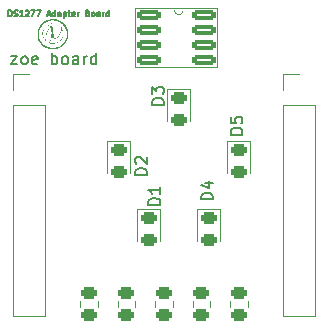
<source format=gto>
%TF.GenerationSoftware,KiCad,Pcbnew,7.0.7*%
%TF.CreationDate,2024-10-03T15:52:36-07:00*%
%TF.ProjectId,Zoe_PCB,5a6f655f-5043-4422-9e6b-696361645f70,rev?*%
%TF.SameCoordinates,Original*%
%TF.FileFunction,Legend,Top*%
%TF.FilePolarity,Positive*%
%FSLAX46Y46*%
G04 Gerber Fmt 4.6, Leading zero omitted, Abs format (unit mm)*
G04 Created by KiCad (PCBNEW 7.0.7) date 2024-10-03 15:52:36*
%MOMM*%
%LPD*%
G01*
G04 APERTURE LIST*
G04 Aperture macros list*
%AMRoundRect*
0 Rectangle with rounded corners*
0 $1 Rounding radius*
0 $2 $3 $4 $5 $6 $7 $8 $9 X,Y pos of 4 corners*
0 Add a 4 corners polygon primitive as box body*
4,1,4,$2,$3,$4,$5,$6,$7,$8,$9,$2,$3,0*
0 Add four circle primitives for the rounded corners*
1,1,$1+$1,$2,$3*
1,1,$1+$1,$4,$5*
1,1,$1+$1,$6,$7*
1,1,$1+$1,$8,$9*
0 Add four rect primitives between the rounded corners*
20,1,$1+$1,$2,$3,$4,$5,0*
20,1,$1+$1,$4,$5,$6,$7,0*
20,1,$1+$1,$6,$7,$8,$9,0*
20,1,$1+$1,$8,$9,$2,$3,0*%
G04 Aperture macros list end*
%ADD10C,0.127000*%
%ADD11C,0.150000*%
%ADD12C,0.120000*%
%ADD13C,0.100000*%
%ADD14RoundRect,0.250000X0.450000X-0.262500X0.450000X0.262500X-0.450000X0.262500X-0.450000X-0.262500X0*%
%ADD15RoundRect,0.243750X-0.456250X0.243750X-0.456250X-0.243750X0.456250X-0.243750X0.456250X0.243750X0*%
%ADD16RoundRect,0.250000X-0.450000X0.262500X-0.450000X-0.262500X0.450000X-0.262500X0.450000X0.262500X0*%
%ADD17R,1.700000X1.700000*%
%ADD18O,1.700000X1.700000*%
%ADD19RoundRect,0.192000X-0.800000X0.270000X-0.800000X-0.270000X0.800000X-0.270000X0.800000X0.270000X0*%
G04 APERTURE END LIST*
D10*
X125274104Y-82684426D02*
X125274104Y-82176426D01*
X125274104Y-82176426D02*
X125395056Y-82176426D01*
X125395056Y-82176426D02*
X125467628Y-82200616D01*
X125467628Y-82200616D02*
X125516009Y-82248997D01*
X125516009Y-82248997D02*
X125540199Y-82297378D01*
X125540199Y-82297378D02*
X125564390Y-82394140D01*
X125564390Y-82394140D02*
X125564390Y-82466712D01*
X125564390Y-82466712D02*
X125540199Y-82563474D01*
X125540199Y-82563474D02*
X125516009Y-82611855D01*
X125516009Y-82611855D02*
X125467628Y-82660236D01*
X125467628Y-82660236D02*
X125395056Y-82684426D01*
X125395056Y-82684426D02*
X125274104Y-82684426D01*
X125757913Y-82660236D02*
X125830485Y-82684426D01*
X125830485Y-82684426D02*
X125951437Y-82684426D01*
X125951437Y-82684426D02*
X125999818Y-82660236D01*
X125999818Y-82660236D02*
X126024009Y-82636045D01*
X126024009Y-82636045D02*
X126048199Y-82587664D01*
X126048199Y-82587664D02*
X126048199Y-82539283D01*
X126048199Y-82539283D02*
X126024009Y-82490902D01*
X126024009Y-82490902D02*
X125999818Y-82466712D01*
X125999818Y-82466712D02*
X125951437Y-82442521D01*
X125951437Y-82442521D02*
X125854675Y-82418331D01*
X125854675Y-82418331D02*
X125806294Y-82394140D01*
X125806294Y-82394140D02*
X125782104Y-82369950D01*
X125782104Y-82369950D02*
X125757913Y-82321569D01*
X125757913Y-82321569D02*
X125757913Y-82273188D01*
X125757913Y-82273188D02*
X125782104Y-82224807D01*
X125782104Y-82224807D02*
X125806294Y-82200616D01*
X125806294Y-82200616D02*
X125854675Y-82176426D01*
X125854675Y-82176426D02*
X125975628Y-82176426D01*
X125975628Y-82176426D02*
X126048199Y-82200616D01*
X126532009Y-82684426D02*
X126241723Y-82684426D01*
X126386866Y-82684426D02*
X126386866Y-82176426D01*
X126386866Y-82176426D02*
X126338485Y-82248997D01*
X126338485Y-82248997D02*
X126290104Y-82297378D01*
X126290104Y-82297378D02*
X126241723Y-82321569D01*
X126725533Y-82224807D02*
X126749724Y-82200616D01*
X126749724Y-82200616D02*
X126798105Y-82176426D01*
X126798105Y-82176426D02*
X126919057Y-82176426D01*
X126919057Y-82176426D02*
X126967438Y-82200616D01*
X126967438Y-82200616D02*
X126991629Y-82224807D01*
X126991629Y-82224807D02*
X127015819Y-82273188D01*
X127015819Y-82273188D02*
X127015819Y-82321569D01*
X127015819Y-82321569D02*
X126991629Y-82394140D01*
X126991629Y-82394140D02*
X126701343Y-82684426D01*
X126701343Y-82684426D02*
X127015819Y-82684426D01*
X127185153Y-82176426D02*
X127523820Y-82176426D01*
X127523820Y-82176426D02*
X127306105Y-82684426D01*
X127668963Y-82176426D02*
X128007630Y-82176426D01*
X128007630Y-82176426D02*
X127789915Y-82684426D01*
X128564011Y-82539283D02*
X128805916Y-82539283D01*
X128515630Y-82684426D02*
X128684964Y-82176426D01*
X128684964Y-82176426D02*
X128854297Y-82684426D01*
X129241345Y-82684426D02*
X129241345Y-82176426D01*
X129241345Y-82660236D02*
X129192964Y-82684426D01*
X129192964Y-82684426D02*
X129096202Y-82684426D01*
X129096202Y-82684426D02*
X129047821Y-82660236D01*
X129047821Y-82660236D02*
X129023631Y-82636045D01*
X129023631Y-82636045D02*
X128999440Y-82587664D01*
X128999440Y-82587664D02*
X128999440Y-82442521D01*
X128999440Y-82442521D02*
X129023631Y-82394140D01*
X129023631Y-82394140D02*
X129047821Y-82369950D01*
X129047821Y-82369950D02*
X129096202Y-82345759D01*
X129096202Y-82345759D02*
X129192964Y-82345759D01*
X129192964Y-82345759D02*
X129241345Y-82369950D01*
X129700964Y-82684426D02*
X129700964Y-82418331D01*
X129700964Y-82418331D02*
X129676774Y-82369950D01*
X129676774Y-82369950D02*
X129628393Y-82345759D01*
X129628393Y-82345759D02*
X129531631Y-82345759D01*
X129531631Y-82345759D02*
X129483250Y-82369950D01*
X129700964Y-82660236D02*
X129652583Y-82684426D01*
X129652583Y-82684426D02*
X129531631Y-82684426D01*
X129531631Y-82684426D02*
X129483250Y-82660236D01*
X129483250Y-82660236D02*
X129459059Y-82611855D01*
X129459059Y-82611855D02*
X129459059Y-82563474D01*
X129459059Y-82563474D02*
X129483250Y-82515093D01*
X129483250Y-82515093D02*
X129531631Y-82490902D01*
X129531631Y-82490902D02*
X129652583Y-82490902D01*
X129652583Y-82490902D02*
X129700964Y-82466712D01*
X129942869Y-82345759D02*
X129942869Y-82853759D01*
X129942869Y-82369950D02*
X129991250Y-82345759D01*
X129991250Y-82345759D02*
X130088012Y-82345759D01*
X130088012Y-82345759D02*
X130136393Y-82369950D01*
X130136393Y-82369950D02*
X130160583Y-82394140D01*
X130160583Y-82394140D02*
X130184774Y-82442521D01*
X130184774Y-82442521D02*
X130184774Y-82587664D01*
X130184774Y-82587664D02*
X130160583Y-82636045D01*
X130160583Y-82636045D02*
X130136393Y-82660236D01*
X130136393Y-82660236D02*
X130088012Y-82684426D01*
X130088012Y-82684426D02*
X129991250Y-82684426D01*
X129991250Y-82684426D02*
X129942869Y-82660236D01*
X130329916Y-82345759D02*
X130523440Y-82345759D01*
X130402488Y-82176426D02*
X130402488Y-82611855D01*
X130402488Y-82611855D02*
X130426678Y-82660236D01*
X130426678Y-82660236D02*
X130475059Y-82684426D01*
X130475059Y-82684426D02*
X130523440Y-82684426D01*
X130886298Y-82660236D02*
X130837917Y-82684426D01*
X130837917Y-82684426D02*
X130741155Y-82684426D01*
X130741155Y-82684426D02*
X130692774Y-82660236D01*
X130692774Y-82660236D02*
X130668583Y-82611855D01*
X130668583Y-82611855D02*
X130668583Y-82418331D01*
X130668583Y-82418331D02*
X130692774Y-82369950D01*
X130692774Y-82369950D02*
X130741155Y-82345759D01*
X130741155Y-82345759D02*
X130837917Y-82345759D01*
X130837917Y-82345759D02*
X130886298Y-82369950D01*
X130886298Y-82369950D02*
X130910488Y-82418331D01*
X130910488Y-82418331D02*
X130910488Y-82466712D01*
X130910488Y-82466712D02*
X130668583Y-82515093D01*
X131128203Y-82684426D02*
X131128203Y-82345759D01*
X131128203Y-82442521D02*
X131152393Y-82394140D01*
X131152393Y-82394140D02*
X131176584Y-82369950D01*
X131176584Y-82369950D02*
X131224965Y-82345759D01*
X131224965Y-82345759D02*
X131273346Y-82345759D01*
X131999060Y-82418331D02*
X132071632Y-82442521D01*
X132071632Y-82442521D02*
X132095822Y-82466712D01*
X132095822Y-82466712D02*
X132120013Y-82515093D01*
X132120013Y-82515093D02*
X132120013Y-82587664D01*
X132120013Y-82587664D02*
X132095822Y-82636045D01*
X132095822Y-82636045D02*
X132071632Y-82660236D01*
X132071632Y-82660236D02*
X132023251Y-82684426D01*
X132023251Y-82684426D02*
X131829727Y-82684426D01*
X131829727Y-82684426D02*
X131829727Y-82176426D01*
X131829727Y-82176426D02*
X131999060Y-82176426D01*
X131999060Y-82176426D02*
X132047441Y-82200616D01*
X132047441Y-82200616D02*
X132071632Y-82224807D01*
X132071632Y-82224807D02*
X132095822Y-82273188D01*
X132095822Y-82273188D02*
X132095822Y-82321569D01*
X132095822Y-82321569D02*
X132071632Y-82369950D01*
X132071632Y-82369950D02*
X132047441Y-82394140D01*
X132047441Y-82394140D02*
X131999060Y-82418331D01*
X131999060Y-82418331D02*
X131829727Y-82418331D01*
X132410298Y-82684426D02*
X132361917Y-82660236D01*
X132361917Y-82660236D02*
X132337727Y-82636045D01*
X132337727Y-82636045D02*
X132313536Y-82587664D01*
X132313536Y-82587664D02*
X132313536Y-82442521D01*
X132313536Y-82442521D02*
X132337727Y-82394140D01*
X132337727Y-82394140D02*
X132361917Y-82369950D01*
X132361917Y-82369950D02*
X132410298Y-82345759D01*
X132410298Y-82345759D02*
X132482870Y-82345759D01*
X132482870Y-82345759D02*
X132531251Y-82369950D01*
X132531251Y-82369950D02*
X132555441Y-82394140D01*
X132555441Y-82394140D02*
X132579632Y-82442521D01*
X132579632Y-82442521D02*
X132579632Y-82587664D01*
X132579632Y-82587664D02*
X132555441Y-82636045D01*
X132555441Y-82636045D02*
X132531251Y-82660236D01*
X132531251Y-82660236D02*
X132482870Y-82684426D01*
X132482870Y-82684426D02*
X132410298Y-82684426D01*
X133015060Y-82684426D02*
X133015060Y-82418331D01*
X133015060Y-82418331D02*
X132990870Y-82369950D01*
X132990870Y-82369950D02*
X132942489Y-82345759D01*
X132942489Y-82345759D02*
X132845727Y-82345759D01*
X132845727Y-82345759D02*
X132797346Y-82369950D01*
X133015060Y-82660236D02*
X132966679Y-82684426D01*
X132966679Y-82684426D02*
X132845727Y-82684426D01*
X132845727Y-82684426D02*
X132797346Y-82660236D01*
X132797346Y-82660236D02*
X132773155Y-82611855D01*
X132773155Y-82611855D02*
X132773155Y-82563474D01*
X132773155Y-82563474D02*
X132797346Y-82515093D01*
X132797346Y-82515093D02*
X132845727Y-82490902D01*
X132845727Y-82490902D02*
X132966679Y-82490902D01*
X132966679Y-82490902D02*
X133015060Y-82466712D01*
X133256965Y-82684426D02*
X133256965Y-82345759D01*
X133256965Y-82442521D02*
X133281155Y-82394140D01*
X133281155Y-82394140D02*
X133305346Y-82369950D01*
X133305346Y-82369950D02*
X133353727Y-82345759D01*
X133353727Y-82345759D02*
X133402108Y-82345759D01*
X133789155Y-82684426D02*
X133789155Y-82176426D01*
X133789155Y-82660236D02*
X133740774Y-82684426D01*
X133740774Y-82684426D02*
X133644012Y-82684426D01*
X133644012Y-82684426D02*
X133595631Y-82660236D01*
X133595631Y-82660236D02*
X133571441Y-82636045D01*
X133571441Y-82636045D02*
X133547250Y-82587664D01*
X133547250Y-82587664D02*
X133547250Y-82442521D01*
X133547250Y-82442521D02*
X133571441Y-82394140D01*
X133571441Y-82394140D02*
X133595631Y-82369950D01*
X133595631Y-82369950D02*
X133644012Y-82345759D01*
X133644012Y-82345759D02*
X133740774Y-82345759D01*
X133740774Y-82345759D02*
X133789155Y-82369950D01*
D11*
X125514341Y-86071152D02*
X126038150Y-86071152D01*
X126038150Y-86071152D02*
X125514341Y-86737819D01*
X125514341Y-86737819D02*
X126038150Y-86737819D01*
X126561960Y-86737819D02*
X126466722Y-86690200D01*
X126466722Y-86690200D02*
X126419103Y-86642580D01*
X126419103Y-86642580D02*
X126371484Y-86547342D01*
X126371484Y-86547342D02*
X126371484Y-86261628D01*
X126371484Y-86261628D02*
X126419103Y-86166390D01*
X126419103Y-86166390D02*
X126466722Y-86118771D01*
X126466722Y-86118771D02*
X126561960Y-86071152D01*
X126561960Y-86071152D02*
X126704817Y-86071152D01*
X126704817Y-86071152D02*
X126800055Y-86118771D01*
X126800055Y-86118771D02*
X126847674Y-86166390D01*
X126847674Y-86166390D02*
X126895293Y-86261628D01*
X126895293Y-86261628D02*
X126895293Y-86547342D01*
X126895293Y-86547342D02*
X126847674Y-86642580D01*
X126847674Y-86642580D02*
X126800055Y-86690200D01*
X126800055Y-86690200D02*
X126704817Y-86737819D01*
X126704817Y-86737819D02*
X126561960Y-86737819D01*
X127704817Y-86690200D02*
X127609579Y-86737819D01*
X127609579Y-86737819D02*
X127419103Y-86737819D01*
X127419103Y-86737819D02*
X127323865Y-86690200D01*
X127323865Y-86690200D02*
X127276246Y-86594961D01*
X127276246Y-86594961D02*
X127276246Y-86214009D01*
X127276246Y-86214009D02*
X127323865Y-86118771D01*
X127323865Y-86118771D02*
X127419103Y-86071152D01*
X127419103Y-86071152D02*
X127609579Y-86071152D01*
X127609579Y-86071152D02*
X127704817Y-86118771D01*
X127704817Y-86118771D02*
X127752436Y-86214009D01*
X127752436Y-86214009D02*
X127752436Y-86309247D01*
X127752436Y-86309247D02*
X127276246Y-86404485D01*
X128942913Y-86737819D02*
X128942913Y-85737819D01*
X128942913Y-86118771D02*
X129038151Y-86071152D01*
X129038151Y-86071152D02*
X129228627Y-86071152D01*
X129228627Y-86071152D02*
X129323865Y-86118771D01*
X129323865Y-86118771D02*
X129371484Y-86166390D01*
X129371484Y-86166390D02*
X129419103Y-86261628D01*
X129419103Y-86261628D02*
X129419103Y-86547342D01*
X129419103Y-86547342D02*
X129371484Y-86642580D01*
X129371484Y-86642580D02*
X129323865Y-86690200D01*
X129323865Y-86690200D02*
X129228627Y-86737819D01*
X129228627Y-86737819D02*
X129038151Y-86737819D01*
X129038151Y-86737819D02*
X128942913Y-86690200D01*
X129990532Y-86737819D02*
X129895294Y-86690200D01*
X129895294Y-86690200D02*
X129847675Y-86642580D01*
X129847675Y-86642580D02*
X129800056Y-86547342D01*
X129800056Y-86547342D02*
X129800056Y-86261628D01*
X129800056Y-86261628D02*
X129847675Y-86166390D01*
X129847675Y-86166390D02*
X129895294Y-86118771D01*
X129895294Y-86118771D02*
X129990532Y-86071152D01*
X129990532Y-86071152D02*
X130133389Y-86071152D01*
X130133389Y-86071152D02*
X130228627Y-86118771D01*
X130228627Y-86118771D02*
X130276246Y-86166390D01*
X130276246Y-86166390D02*
X130323865Y-86261628D01*
X130323865Y-86261628D02*
X130323865Y-86547342D01*
X130323865Y-86547342D02*
X130276246Y-86642580D01*
X130276246Y-86642580D02*
X130228627Y-86690200D01*
X130228627Y-86690200D02*
X130133389Y-86737819D01*
X130133389Y-86737819D02*
X129990532Y-86737819D01*
X131181008Y-86737819D02*
X131181008Y-86214009D01*
X131181008Y-86214009D02*
X131133389Y-86118771D01*
X131133389Y-86118771D02*
X131038151Y-86071152D01*
X131038151Y-86071152D02*
X130847675Y-86071152D01*
X130847675Y-86071152D02*
X130752437Y-86118771D01*
X131181008Y-86690200D02*
X131085770Y-86737819D01*
X131085770Y-86737819D02*
X130847675Y-86737819D01*
X130847675Y-86737819D02*
X130752437Y-86690200D01*
X130752437Y-86690200D02*
X130704818Y-86594961D01*
X130704818Y-86594961D02*
X130704818Y-86499723D01*
X130704818Y-86499723D02*
X130752437Y-86404485D01*
X130752437Y-86404485D02*
X130847675Y-86356866D01*
X130847675Y-86356866D02*
X131085770Y-86356866D01*
X131085770Y-86356866D02*
X131181008Y-86309247D01*
X131657199Y-86737819D02*
X131657199Y-86071152D01*
X131657199Y-86261628D02*
X131704818Y-86166390D01*
X131704818Y-86166390D02*
X131752437Y-86118771D01*
X131752437Y-86118771D02*
X131847675Y-86071152D01*
X131847675Y-86071152D02*
X131942913Y-86071152D01*
X132704818Y-86737819D02*
X132704818Y-85737819D01*
X132704818Y-86690200D02*
X132609580Y-86737819D01*
X132609580Y-86737819D02*
X132419104Y-86737819D01*
X132419104Y-86737819D02*
X132323866Y-86690200D01*
X132323866Y-86690200D02*
X132276247Y-86642580D01*
X132276247Y-86642580D02*
X132228628Y-86547342D01*
X132228628Y-86547342D02*
X132228628Y-86261628D01*
X132228628Y-86261628D02*
X132276247Y-86166390D01*
X132276247Y-86166390D02*
X132323866Y-86118771D01*
X132323866Y-86118771D02*
X132419104Y-86071152D01*
X132419104Y-86071152D02*
X132609580Y-86071152D01*
X132609580Y-86071152D02*
X132704818Y-86118771D01*
X138122819Y-98629694D02*
X137122819Y-98629694D01*
X137122819Y-98629694D02*
X137122819Y-98391599D01*
X137122819Y-98391599D02*
X137170438Y-98248742D01*
X137170438Y-98248742D02*
X137265676Y-98153504D01*
X137265676Y-98153504D02*
X137360914Y-98105885D01*
X137360914Y-98105885D02*
X137551390Y-98058266D01*
X137551390Y-98058266D02*
X137694247Y-98058266D01*
X137694247Y-98058266D02*
X137884723Y-98105885D01*
X137884723Y-98105885D02*
X137979961Y-98153504D01*
X137979961Y-98153504D02*
X138075200Y-98248742D01*
X138075200Y-98248742D02*
X138122819Y-98391599D01*
X138122819Y-98391599D02*
X138122819Y-98629694D01*
X138122819Y-97105885D02*
X138122819Y-97677313D01*
X138122819Y-97391599D02*
X137122819Y-97391599D01*
X137122819Y-97391599D02*
X137265676Y-97486837D01*
X137265676Y-97486837D02*
X137360914Y-97582075D01*
X137360914Y-97582075D02*
X137408533Y-97677313D01*
X145082419Y-92686094D02*
X144082419Y-92686094D01*
X144082419Y-92686094D02*
X144082419Y-92447999D01*
X144082419Y-92447999D02*
X144130038Y-92305142D01*
X144130038Y-92305142D02*
X144225276Y-92209904D01*
X144225276Y-92209904D02*
X144320514Y-92162285D01*
X144320514Y-92162285D02*
X144510990Y-92114666D01*
X144510990Y-92114666D02*
X144653847Y-92114666D01*
X144653847Y-92114666D02*
X144844323Y-92162285D01*
X144844323Y-92162285D02*
X144939561Y-92209904D01*
X144939561Y-92209904D02*
X145034800Y-92305142D01*
X145034800Y-92305142D02*
X145082419Y-92447999D01*
X145082419Y-92447999D02*
X145082419Y-92686094D01*
X144082419Y-91209904D02*
X144082419Y-91686094D01*
X144082419Y-91686094D02*
X144558609Y-91733713D01*
X144558609Y-91733713D02*
X144510990Y-91686094D01*
X144510990Y-91686094D02*
X144463371Y-91590856D01*
X144463371Y-91590856D02*
X144463371Y-91352761D01*
X144463371Y-91352761D02*
X144510990Y-91257523D01*
X144510990Y-91257523D02*
X144558609Y-91209904D01*
X144558609Y-91209904D02*
X144653847Y-91162285D01*
X144653847Y-91162285D02*
X144891942Y-91162285D01*
X144891942Y-91162285D02*
X144987180Y-91209904D01*
X144987180Y-91209904D02*
X145034800Y-91257523D01*
X145034800Y-91257523D02*
X145082419Y-91352761D01*
X145082419Y-91352761D02*
X145082419Y-91590856D01*
X145082419Y-91590856D02*
X145034800Y-91686094D01*
X145034800Y-91686094D02*
X144987180Y-91733713D01*
X142593219Y-98172494D02*
X141593219Y-98172494D01*
X141593219Y-98172494D02*
X141593219Y-97934399D01*
X141593219Y-97934399D02*
X141640838Y-97791542D01*
X141640838Y-97791542D02*
X141736076Y-97696304D01*
X141736076Y-97696304D02*
X141831314Y-97648685D01*
X141831314Y-97648685D02*
X142021790Y-97601066D01*
X142021790Y-97601066D02*
X142164647Y-97601066D01*
X142164647Y-97601066D02*
X142355123Y-97648685D01*
X142355123Y-97648685D02*
X142450361Y-97696304D01*
X142450361Y-97696304D02*
X142545600Y-97791542D01*
X142545600Y-97791542D02*
X142593219Y-97934399D01*
X142593219Y-97934399D02*
X142593219Y-98172494D01*
X141926552Y-96743923D02*
X142593219Y-96743923D01*
X141545600Y-96982018D02*
X142259885Y-97220113D01*
X142259885Y-97220113D02*
X142259885Y-96601066D01*
X137005219Y-96089694D02*
X136005219Y-96089694D01*
X136005219Y-96089694D02*
X136005219Y-95851599D01*
X136005219Y-95851599D02*
X136052838Y-95708742D01*
X136052838Y-95708742D02*
X136148076Y-95613504D01*
X136148076Y-95613504D02*
X136243314Y-95565885D01*
X136243314Y-95565885D02*
X136433790Y-95518266D01*
X136433790Y-95518266D02*
X136576647Y-95518266D01*
X136576647Y-95518266D02*
X136767123Y-95565885D01*
X136767123Y-95565885D02*
X136862361Y-95613504D01*
X136862361Y-95613504D02*
X136957600Y-95708742D01*
X136957600Y-95708742D02*
X137005219Y-95851599D01*
X137005219Y-95851599D02*
X137005219Y-96089694D01*
X136100457Y-95137313D02*
X136052838Y-95089694D01*
X136052838Y-95089694D02*
X136005219Y-94994456D01*
X136005219Y-94994456D02*
X136005219Y-94756361D01*
X136005219Y-94756361D02*
X136052838Y-94661123D01*
X136052838Y-94661123D02*
X136100457Y-94613504D01*
X136100457Y-94613504D02*
X136195695Y-94565885D01*
X136195695Y-94565885D02*
X136290933Y-94565885D01*
X136290933Y-94565885D02*
X136433790Y-94613504D01*
X136433790Y-94613504D02*
X137005219Y-95184932D01*
X137005219Y-95184932D02*
X137005219Y-94565885D01*
X138427619Y-90146094D02*
X137427619Y-90146094D01*
X137427619Y-90146094D02*
X137427619Y-89907999D01*
X137427619Y-89907999D02*
X137475238Y-89765142D01*
X137475238Y-89765142D02*
X137570476Y-89669904D01*
X137570476Y-89669904D02*
X137665714Y-89622285D01*
X137665714Y-89622285D02*
X137856190Y-89574666D01*
X137856190Y-89574666D02*
X137999047Y-89574666D01*
X137999047Y-89574666D02*
X138189523Y-89622285D01*
X138189523Y-89622285D02*
X138284761Y-89669904D01*
X138284761Y-89669904D02*
X138380000Y-89765142D01*
X138380000Y-89765142D02*
X138427619Y-89907999D01*
X138427619Y-89907999D02*
X138427619Y-90146094D01*
X137427619Y-89241332D02*
X137427619Y-88622285D01*
X137427619Y-88622285D02*
X137808571Y-88955618D01*
X137808571Y-88955618D02*
X137808571Y-88812761D01*
X137808571Y-88812761D02*
X137856190Y-88717523D01*
X137856190Y-88717523D02*
X137903809Y-88669904D01*
X137903809Y-88669904D02*
X137999047Y-88622285D01*
X137999047Y-88622285D02*
X138237142Y-88622285D01*
X138237142Y-88622285D02*
X138332380Y-88669904D01*
X138332380Y-88669904D02*
X138380000Y-88717523D01*
X138380000Y-88717523D02*
X138427619Y-88812761D01*
X138427619Y-88812761D02*
X138427619Y-89098475D01*
X138427619Y-89098475D02*
X138380000Y-89193713D01*
X138380000Y-89193713D02*
X138332380Y-89241332D01*
%TO.C,G\u002A\u002A\u002A*%
G36*
X129080513Y-82909274D02*
G01*
X129120739Y-82910000D01*
X129158012Y-82911163D01*
X129190966Y-82912763D01*
X129218231Y-82914801D01*
X129232865Y-82916442D01*
X129335866Y-82934180D01*
X129435031Y-82958924D01*
X129530333Y-82990661D01*
X129621743Y-83029376D01*
X129709233Y-83075055D01*
X129792777Y-83127686D01*
X129872345Y-83187252D01*
X129947910Y-83253742D01*
X129986243Y-83291697D01*
X130052379Y-83365456D01*
X130111666Y-83443300D01*
X130164019Y-83525043D01*
X130209354Y-83610500D01*
X130247586Y-83699486D01*
X130278631Y-83791816D01*
X130302405Y-83887306D01*
X130318823Y-83985769D01*
X130323999Y-84033290D01*
X130325490Y-84055414D01*
X130326620Y-84083801D01*
X130327387Y-84116721D01*
X130327793Y-84152445D01*
X130327837Y-84189244D01*
X130327519Y-84225387D01*
X130326839Y-84259146D01*
X130325797Y-84288791D01*
X130324394Y-84312593D01*
X130323999Y-84317290D01*
X130311087Y-84417094D01*
X130290779Y-84514011D01*
X130263160Y-84607858D01*
X130228315Y-84698448D01*
X130186327Y-84785596D01*
X130137281Y-84869118D01*
X130081261Y-84948827D01*
X130018351Y-85024540D01*
X129986243Y-85058882D01*
X129912838Y-85128954D01*
X129835274Y-85192205D01*
X129753650Y-85248585D01*
X129668066Y-85298043D01*
X129578623Y-85340529D01*
X129485420Y-85375994D01*
X129388557Y-85404388D01*
X129288136Y-85425660D01*
X129236001Y-85433694D01*
X129221484Y-85435126D01*
X129200261Y-85436501D01*
X129173626Y-85437791D01*
X129142871Y-85438968D01*
X129109291Y-85440006D01*
X129074178Y-85440877D01*
X129038827Y-85441554D01*
X129004531Y-85442009D01*
X128972583Y-85442215D01*
X128944278Y-85442145D01*
X128920908Y-85441772D01*
X128903768Y-85441068D01*
X128900001Y-85440785D01*
X128861339Y-85436862D01*
X128820592Y-85431796D01*
X128780684Y-85425995D01*
X128744540Y-85419869D01*
X128730384Y-85417134D01*
X128634140Y-85393621D01*
X128540608Y-85362742D01*
X128450179Y-85324777D01*
X128363245Y-85280004D01*
X128280194Y-85228701D01*
X128201417Y-85171146D01*
X128127305Y-85107617D01*
X128058247Y-85038392D01*
X127994636Y-84963749D01*
X127936859Y-84883966D01*
X127900518Y-84825924D01*
X127854911Y-84740548D01*
X127816579Y-84651854D01*
X127785532Y-84559881D01*
X127761783Y-84464667D01*
X127745346Y-84366254D01*
X127740002Y-84317290D01*
X127738511Y-84295165D01*
X127737381Y-84266778D01*
X127736614Y-84233858D01*
X127736208Y-84198134D01*
X127736190Y-84183389D01*
X127834011Y-84183389D01*
X127835981Y-84224290D01*
X127848801Y-84323803D01*
X127869058Y-84420569D01*
X127896582Y-84514315D01*
X127931201Y-84604770D01*
X127972747Y-84691662D01*
X128021048Y-84774718D01*
X128075933Y-84853666D01*
X128137234Y-84928233D01*
X128204778Y-84998149D01*
X128278396Y-85063141D01*
X128357917Y-85122936D01*
X128426675Y-85167456D01*
X128510096Y-85213553D01*
X128596584Y-85252805D01*
X128686520Y-85285333D01*
X128780286Y-85311257D01*
X128878263Y-85330695D01*
X128980834Y-85343768D01*
X128992001Y-85344786D01*
X129010141Y-85345516D01*
X129034318Y-85345221D01*
X129062643Y-85344000D01*
X129093233Y-85341948D01*
X129124199Y-85339161D01*
X129142865Y-85337094D01*
X129240382Y-85321463D01*
X129335604Y-85298369D01*
X129428152Y-85268076D01*
X129517647Y-85230849D01*
X129603712Y-85186953D01*
X129685966Y-85136654D01*
X129764033Y-85080215D01*
X129837532Y-85017904D01*
X129906087Y-84949983D01*
X129969317Y-84876719D01*
X130026844Y-84798377D01*
X130078291Y-84715221D01*
X130106387Y-84662520D01*
X130133578Y-84603695D01*
X130157975Y-84541519D01*
X130179297Y-84477224D01*
X130197265Y-84412047D01*
X130211598Y-84347220D01*
X130222016Y-84283979D01*
X130228240Y-84223558D01*
X130229990Y-84167190D01*
X130228020Y-84126290D01*
X130215200Y-84026776D01*
X130194943Y-83930010D01*
X130167419Y-83836264D01*
X130132800Y-83745809D01*
X130091254Y-83658917D01*
X130042953Y-83575861D01*
X129988068Y-83496913D01*
X129926767Y-83422346D01*
X129859223Y-83352430D01*
X129785605Y-83287438D01*
X129706084Y-83227643D01*
X129637326Y-83183123D01*
X129563559Y-83142135D01*
X129486509Y-83106113D01*
X129407104Y-83075278D01*
X129326273Y-83049851D01*
X129244942Y-83030053D01*
X129164039Y-83016105D01*
X129084492Y-83008229D01*
X129007228Y-83006646D01*
X128933175Y-83011578D01*
X128923136Y-83012798D01*
X128823307Y-83029499D01*
X128726313Y-83053432D01*
X128632473Y-83084374D01*
X128542104Y-83122103D01*
X128455522Y-83166397D01*
X128373046Y-83217035D01*
X128294991Y-83273795D01*
X128221676Y-83336454D01*
X128153417Y-83404792D01*
X128090531Y-83478586D01*
X128033337Y-83557614D01*
X127982151Y-83641655D01*
X127957614Y-83688059D01*
X127930423Y-83746884D01*
X127906026Y-83809060D01*
X127884704Y-83873355D01*
X127866736Y-83938532D01*
X127852403Y-84003359D01*
X127841985Y-84066600D01*
X127835761Y-84127021D01*
X127834011Y-84183389D01*
X127736190Y-84183389D01*
X127736164Y-84161335D01*
X127736482Y-84125192D01*
X127737162Y-84091433D01*
X127738204Y-84061788D01*
X127739607Y-84037986D01*
X127740002Y-84033290D01*
X127752914Y-83933485D01*
X127773222Y-83836568D01*
X127800841Y-83742721D01*
X127835686Y-83652131D01*
X127877674Y-83564983D01*
X127926720Y-83481461D01*
X127982740Y-83401752D01*
X128045650Y-83326039D01*
X128077758Y-83291697D01*
X128151195Y-83221552D01*
X128228650Y-83158322D01*
X128310095Y-83102022D01*
X128395502Y-83052665D01*
X128484843Y-83010266D01*
X128578090Y-82974837D01*
X128675215Y-82946393D01*
X128776191Y-82924949D01*
X128831136Y-82916442D01*
X128853738Y-82914106D01*
X128882960Y-82912207D01*
X128917435Y-82910746D01*
X128955796Y-82909722D01*
X128996674Y-82909135D01*
X129038702Y-82908986D01*
X129080513Y-82909274D01*
G37*
G36*
X128981063Y-83316289D02*
G01*
X128982067Y-83339234D01*
X128983416Y-83360190D01*
X128984970Y-83377481D01*
X128986588Y-83389433D01*
X128987511Y-83393290D01*
X128989258Y-83401417D01*
X128991227Y-83415804D01*
X128993222Y-83434718D01*
X128995051Y-83456429D01*
X128995809Y-83467290D01*
X128998958Y-83512688D01*
X129002265Y-83554768D01*
X129005648Y-83592725D01*
X129009027Y-83625754D01*
X129012319Y-83653051D01*
X129015445Y-83673812D01*
X129017800Y-83685290D01*
X129021290Y-83702926D01*
X129023558Y-83721724D01*
X129024023Y-83731290D01*
X129024714Y-83742970D01*
X129026519Y-83760552D01*
X129029199Y-83782053D01*
X129032518Y-83805489D01*
X129034339Y-83817290D01*
X129038278Y-83843733D01*
X129042035Y-83871912D01*
X129045247Y-83898906D01*
X129047552Y-83921794D01*
X129048003Y-83927290D01*
X129050364Y-83950904D01*
X129053834Y-83976527D01*
X129057850Y-84000255D01*
X129060133Y-84011290D01*
X129064432Y-84031191D01*
X129068424Y-84051388D01*
X129071446Y-84068469D01*
X129072182Y-84073290D01*
X129074607Y-84088414D01*
X129078112Y-84107919D01*
X129082069Y-84128371D01*
X129083481Y-84135290D01*
X129087489Y-84157110D01*
X129091079Y-84181058D01*
X129093608Y-84202732D01*
X129093999Y-84207290D01*
X129095679Y-84224626D01*
X129097788Y-84240294D01*
X129099935Y-84251490D01*
X129100440Y-84253290D01*
X129101829Y-84261093D01*
X129103352Y-84276232D01*
X129105016Y-84298805D01*
X129106825Y-84328915D01*
X129108787Y-84366662D01*
X129110906Y-84412146D01*
X129113188Y-84465469D01*
X129114600Y-84500290D01*
X129116471Y-84547290D01*
X129171538Y-84547290D01*
X129194899Y-84547127D01*
X129212366Y-84546471D01*
X129226043Y-84545064D01*
X129238034Y-84542652D01*
X129250441Y-84538979D01*
X129256303Y-84536991D01*
X129286724Y-84524875D01*
X129312190Y-84511521D01*
X129331221Y-84497712D01*
X129332001Y-84497002D01*
X129341591Y-84488967D01*
X129353811Y-84479738D01*
X129358360Y-84476532D01*
X129366421Y-84470017D01*
X129378730Y-84458851D01*
X129394056Y-84444209D01*
X129411165Y-84427265D01*
X129426808Y-84411290D01*
X129457386Y-84378280D01*
X129482299Y-84348334D01*
X129502560Y-84320111D01*
X129519185Y-84292271D01*
X129524161Y-84282710D01*
X129531666Y-84269560D01*
X129541604Y-84254376D01*
X129548327Y-84245088D01*
X129557897Y-84231342D01*
X129566293Y-84217238D01*
X129570272Y-84209088D01*
X129575990Y-84196920D01*
X129584009Y-84181830D01*
X129590432Y-84170715D01*
X129597144Y-84158492D01*
X129604923Y-84142640D01*
X129612974Y-84125004D01*
X129620504Y-84107430D01*
X129626716Y-84091762D01*
X129630818Y-84079845D01*
X129632051Y-84074065D01*
X129633801Y-84068267D01*
X129638332Y-84057738D01*
X129644395Y-84045290D01*
X129651238Y-84030895D01*
X129658539Y-84013333D01*
X129666700Y-83991523D01*
X129676123Y-83964382D01*
X129687208Y-83930829D01*
X129689648Y-83923290D01*
X129695753Y-83904596D01*
X129702285Y-83884937D01*
X129707583Y-83869290D01*
X129716687Y-83842303D01*
X129724779Y-83817036D01*
X129732947Y-83790015D01*
X129739554Y-83767290D01*
X129744825Y-83749816D01*
X129749947Y-83734322D01*
X129754153Y-83723068D01*
X129755774Y-83719548D01*
X129758206Y-83711457D01*
X129759948Y-83697065D01*
X129761047Y-83675803D01*
X129761538Y-83648549D01*
X129762001Y-83587292D01*
X129775001Y-83587291D01*
X129783958Y-83588094D01*
X129787455Y-83592062D01*
X129788001Y-83599449D01*
X129789852Y-83610646D01*
X129794484Y-83623979D01*
X129796462Y-83628194D01*
X129804580Y-83646600D01*
X129812655Y-83669055D01*
X129819372Y-83691711D01*
X129822099Y-83703290D01*
X129825961Y-83716467D01*
X129831658Y-83730435D01*
X129832535Y-83732221D01*
X129837515Y-83744955D01*
X129841914Y-83761048D01*
X129843686Y-83770221D01*
X129847142Y-83788198D01*
X129851794Y-83807385D01*
X129854058Y-83815290D01*
X129858195Y-83831458D01*
X129861964Y-83850804D01*
X129864064Y-83865290D01*
X129866340Y-83881254D01*
X129869125Y-83895546D01*
X129871646Y-83904550D01*
X129874529Y-83916083D01*
X129876037Y-83930034D01*
X129876096Y-83932550D01*
X129877291Y-83948131D01*
X129880079Y-83963846D01*
X129880447Y-83965290D01*
X129883837Y-83980996D01*
X129886705Y-84000982D01*
X129889094Y-84025897D01*
X129891048Y-84056392D01*
X129892612Y-84093115D01*
X129893829Y-84136716D01*
X129894516Y-84172721D01*
X129895043Y-84207012D01*
X129895362Y-84234337D01*
X129895427Y-84255727D01*
X129895191Y-84272214D01*
X129894609Y-84284830D01*
X129893634Y-84294607D01*
X129892220Y-84302576D01*
X129890320Y-84309769D01*
X129888058Y-84316721D01*
X129882949Y-84335147D01*
X129878939Y-84355755D01*
X129877519Y-84367290D01*
X129874261Y-84394690D01*
X129869266Y-84421946D01*
X129863070Y-84446684D01*
X129856209Y-84466528D01*
X129854043Y-84471290D01*
X129848111Y-84485012D01*
X129843631Y-84498368D01*
X129842615Y-84502626D01*
X129838283Y-84515757D01*
X129832033Y-84527244D01*
X129826559Y-84536238D01*
X129824022Y-84542982D01*
X129824001Y-84543366D01*
X129822160Y-84550861D01*
X129817184Y-84563608D01*
X129809896Y-84579903D01*
X129801115Y-84598044D01*
X129791664Y-84616328D01*
X129782362Y-84633051D01*
X129774846Y-84645290D01*
X129758388Y-84669672D01*
X129744902Y-84688131D01*
X129733492Y-84701748D01*
X129723265Y-84711602D01*
X129714854Y-84717816D01*
X129702075Y-84726885D01*
X129688569Y-84737675D01*
X129684854Y-84740913D01*
X129672174Y-84750880D01*
X129656963Y-84760940D01*
X129650001Y-84764925D01*
X129636889Y-84772216D01*
X129624059Y-84780107D01*
X129609398Y-84789972D01*
X129590793Y-84803182D01*
X129588001Y-84805198D01*
X129575537Y-84813633D01*
X129562990Y-84821286D01*
X129561160Y-84822304D01*
X129541917Y-84833160D01*
X129524551Y-84843672D01*
X129510600Y-84852855D01*
X129501606Y-84859724D01*
X129499761Y-84861579D01*
X129492626Y-84867749D01*
X129482575Y-84874002D01*
X129482292Y-84874149D01*
X129472257Y-84880613D01*
X129465099Y-84887424D01*
X129464996Y-84887568D01*
X129457683Y-84893379D01*
X129447081Y-84897452D01*
X129446996Y-84897471D01*
X129437544Y-84900367D01*
X129423315Y-84905717D01*
X129406770Y-84912574D01*
X129399472Y-84915788D01*
X129383510Y-84922593D01*
X129369584Y-84927877D01*
X129359773Y-84930881D01*
X129357068Y-84931290D01*
X129349229Y-84933123D01*
X129337620Y-84937827D01*
X129329596Y-84941821D01*
X129313943Y-84948470D01*
X129295652Y-84953797D01*
X129286001Y-84955607D01*
X129257559Y-84960138D01*
X129228288Y-84965947D01*
X129204001Y-84971789D01*
X129193429Y-84973700D01*
X129176519Y-84975604D01*
X129154326Y-84977465D01*
X129127903Y-84979246D01*
X129098304Y-84980911D01*
X129066584Y-84982422D01*
X129033796Y-84983744D01*
X129000996Y-84984839D01*
X128969236Y-84985671D01*
X128939571Y-84986203D01*
X128913055Y-84986399D01*
X128890743Y-84986221D01*
X128873688Y-84985633D01*
X128862944Y-84984598D01*
X128860001Y-84983768D01*
X128853290Y-84981850D01*
X128841032Y-84979913D01*
X128825672Y-84978327D01*
X128822927Y-84978119D01*
X128805178Y-84976222D01*
X128788093Y-84973355D01*
X128775272Y-84970124D01*
X128774927Y-84970006D01*
X128759444Y-84964836D01*
X128743336Y-84959764D01*
X128741001Y-84959063D01*
X128730749Y-84955639D01*
X128725764Y-84951612D01*
X128724146Y-84944294D01*
X128724001Y-84935004D01*
X128726065Y-84919767D01*
X128731661Y-84900203D01*
X128739889Y-84878647D01*
X128749852Y-84857431D01*
X128760651Y-84838892D01*
X128761430Y-84837731D01*
X128767764Y-84827317D01*
X128771538Y-84819001D01*
X128772001Y-84816731D01*
X128774471Y-84811779D01*
X128776211Y-84811290D01*
X128779762Y-84807896D01*
X128785254Y-84798937D01*
X128791583Y-84786247D01*
X128792467Y-84784290D01*
X128800228Y-84767005D01*
X128808371Y-84749047D01*
X128814257Y-84736201D01*
X128819676Y-84722772D01*
X128823214Y-84710747D01*
X128824001Y-84705125D01*
X128825851Y-84696346D01*
X128830653Y-84683725D01*
X128836001Y-84672651D01*
X128842456Y-84658465D01*
X128846813Y-84644895D01*
X128848001Y-84636956D01*
X128849256Y-84627815D01*
X128852653Y-84613301D01*
X128857642Y-84595572D01*
X128862411Y-84580519D01*
X128872338Y-84549881D01*
X128880194Y-84523218D01*
X128886399Y-84498468D01*
X128891377Y-84473571D01*
X128895549Y-84446465D01*
X128899338Y-84415090D01*
X128902400Y-84385290D01*
X128908185Y-84320720D01*
X128912876Y-84257016D01*
X128916450Y-84195092D01*
X128918885Y-84135864D01*
X128920155Y-84080245D01*
X128920238Y-84029150D01*
X128919110Y-83983494D01*
X128916747Y-83944191D01*
X128914389Y-83921290D01*
X128911395Y-83896545D01*
X128908357Y-83869707D01*
X128905666Y-83844340D01*
X128904010Y-83827290D01*
X128902180Y-83808709D01*
X128900298Y-83792204D01*
X128898629Y-83779982D01*
X128897763Y-83775290D01*
X128896405Y-83767533D01*
X128894489Y-83753749D01*
X128892268Y-83735868D01*
X128889994Y-83715821D01*
X128889937Y-83715290D01*
X128887445Y-83693925D01*
X128884727Y-83673428D01*
X128882123Y-83656221D01*
X128880102Y-83645290D01*
X128876978Y-83629967D01*
X128873612Y-83611573D01*
X128871564Y-83599290D01*
X128868918Y-83585356D01*
X128866038Y-83574544D01*
X128863734Y-83569489D01*
X128860939Y-83562930D01*
X128860001Y-83554726D01*
X128858890Y-83545940D01*
X128856613Y-83541668D01*
X128851913Y-83543035D01*
X128844407Y-83549496D01*
X128835667Y-83559451D01*
X128827266Y-83571297D01*
X128826836Y-83571986D01*
X128819710Y-83580433D01*
X128812537Y-83585119D01*
X128805572Y-83590377D01*
X128800109Y-83599027D01*
X128793607Y-83610151D01*
X128785283Y-83619894D01*
X128777437Y-83629149D01*
X128769065Y-83641868D01*
X128765610Y-83648146D01*
X128758759Y-83659696D01*
X128751881Y-83668338D01*
X128748710Y-83670910D01*
X128742894Y-83677105D01*
X128737694Y-83687520D01*
X128736789Y-83690234D01*
X128731261Y-83702736D01*
X128722686Y-83716339D01*
X128718656Y-83721470D01*
X128710142Y-83732676D01*
X128703812Y-83743237D01*
X128702124Y-83747290D01*
X128697718Y-83757711D01*
X128690232Y-83771766D01*
X128681319Y-83786639D01*
X128672632Y-83799513D01*
X128668057Y-83805290D01*
X128661992Y-83814633D01*
X128656735Y-83826620D01*
X128656385Y-83827677D01*
X128651500Y-83839477D01*
X128644111Y-83853708D01*
X128639507Y-83861424D01*
X128631580Y-83875440D01*
X128622948Y-83893014D01*
X128616017Y-83909037D01*
X128608893Y-83926605D01*
X128600202Y-83947494D01*
X128591608Y-83967709D01*
X128590061Y-83971290D01*
X128582982Y-83988064D01*
X128576767Y-84003601D01*
X128572420Y-84015360D01*
X128571447Y-84018374D01*
X128567731Y-84028021D01*
X128561298Y-84042017D01*
X128553369Y-84057747D01*
X128551118Y-84061974D01*
X128542289Y-84079805D01*
X128534160Y-84098736D01*
X128528317Y-84115039D01*
X128527775Y-84116889D01*
X128522448Y-84134147D01*
X128516246Y-84151979D01*
X128512639Y-84161290D01*
X128492560Y-84218052D01*
X128476956Y-84279694D01*
X128471750Y-84307290D01*
X128468787Y-84323412D01*
X128465634Y-84338531D01*
X128463515Y-84347290D01*
X128460687Y-84360759D01*
X128457549Y-84381228D01*
X128454228Y-84407705D01*
X128450851Y-84439200D01*
X128448198Y-84467290D01*
X128447299Y-84481313D01*
X128446461Y-84501890D01*
X128445719Y-84527573D01*
X128445107Y-84556917D01*
X128444660Y-84588475D01*
X128444414Y-84620800D01*
X128444401Y-84624290D01*
X128444001Y-84743290D01*
X128430103Y-84743290D01*
X128419282Y-84741779D01*
X128412589Y-84735934D01*
X128410460Y-84732290D01*
X128403694Y-84722242D01*
X128394324Y-84711477D01*
X128392358Y-84709541D01*
X128384680Y-84701190D01*
X128380352Y-84694445D01*
X128380001Y-84692969D01*
X128376805Y-84687395D01*
X128374378Y-84685988D01*
X128369511Y-84680832D01*
X128366238Y-84672370D01*
X128362518Y-84663982D01*
X128354888Y-84651939D01*
X128344822Y-84638506D01*
X128342016Y-84635100D01*
X128326132Y-84616131D01*
X128314750Y-84602293D01*
X128307158Y-84592649D01*
X128302644Y-84586261D01*
X128300497Y-84582192D01*
X128300001Y-84579741D01*
X128297341Y-84575499D01*
X128296188Y-84575290D01*
X128292281Y-84571997D01*
X128287121Y-84563761D01*
X128285404Y-84560290D01*
X128279814Y-84550044D01*
X128274529Y-84543105D01*
X128273377Y-84542181D01*
X128269274Y-84536410D01*
X128265973Y-84526450D01*
X128265716Y-84525181D01*
X128263209Y-84515998D01*
X128260420Y-84511409D01*
X128259989Y-84511290D01*
X128256701Y-84507933D01*
X128254559Y-84502290D01*
X128250268Y-84493259D01*
X128242910Y-84483322D01*
X128242125Y-84482464D01*
X128235458Y-84474296D01*
X128232097Y-84468144D01*
X128232001Y-84467464D01*
X128229253Y-84463437D01*
X128228270Y-84463290D01*
X128224109Y-84460014D01*
X128222249Y-84456074D01*
X128218305Y-84449299D01*
X128210576Y-84439500D01*
X128203980Y-84432228D01*
X128195333Y-84422798D01*
X128189530Y-84415643D01*
X128188001Y-84412903D01*
X128185411Y-84408507D01*
X128179165Y-84401650D01*
X128179001Y-84401490D01*
X128170980Y-84392572D01*
X128165673Y-84385032D01*
X128158513Y-84377078D01*
X128152673Y-84373341D01*
X128145963Y-84369162D01*
X128144001Y-84366341D01*
X128140740Y-84363644D01*
X128137889Y-84363290D01*
X128136164Y-84362529D01*
X128134822Y-84359710D01*
X128133832Y-84354029D01*
X128133166Y-84344681D01*
X128132792Y-84330861D01*
X128132680Y-84311763D01*
X128132767Y-84293766D01*
X128156668Y-84293766D01*
X128156755Y-84311724D01*
X128157164Y-84324345D01*
X128157935Y-84332515D01*
X128159107Y-84337121D01*
X128160722Y-84339049D01*
X128161869Y-84339290D01*
X128167276Y-84341409D01*
X128168001Y-84343290D01*
X128171240Y-84346838D01*
X128174001Y-84347290D01*
X128179329Y-84349020D01*
X128180001Y-84350484D01*
X128182568Y-84354886D01*
X128189206Y-84362954D01*
X128196001Y-84370329D01*
X128204654Y-84379766D01*
X128210464Y-84386927D01*
X128212001Y-84389676D01*
X128214620Y-84394045D01*
X128220926Y-84400796D01*
X128221001Y-84400866D01*
X128229058Y-84409744D01*
X128237899Y-84421252D01*
X128240001Y-84424297D01*
X128246632Y-84433298D01*
X128251732Y-84438634D01*
X128253001Y-84439262D01*
X128255666Y-84442543D01*
X128256001Y-84445290D01*
X128257672Y-84450619D01*
X128259084Y-84451290D01*
X128262591Y-84454501D01*
X128268198Y-84462720D01*
X128272001Y-84469290D01*
X128278041Y-84479509D01*
X128282776Y-84486031D01*
X128284406Y-84487290D01*
X128286577Y-84490818D01*
X128288885Y-84499638D01*
X128289537Y-84503290D01*
X128291968Y-84513291D01*
X128294939Y-84518871D01*
X128295860Y-84519290D01*
X128299737Y-84522581D01*
X128304880Y-84530815D01*
X128306597Y-84534290D01*
X128312230Y-84544565D01*
X128317610Y-84551554D01*
X128318785Y-84552488D01*
X128323521Y-84558656D01*
X128324001Y-84561290D01*
X128327064Y-84568140D01*
X128329418Y-84570091D01*
X128334661Y-84575231D01*
X128341737Y-84584590D01*
X128345154Y-84589791D01*
X128353679Y-84601652D01*
X128362796Y-84611780D01*
X128365736Y-84614367D01*
X128372829Y-84621043D01*
X128375990Y-84626188D01*
X128376001Y-84626375D01*
X128378751Y-84632012D01*
X128381743Y-84635076D01*
X128386833Y-84642386D01*
X128389988Y-84651232D01*
X128393624Y-84660214D01*
X128398245Y-84664830D01*
X128403405Y-84669885D01*
X128404001Y-84672544D01*
X128406746Y-84679172D01*
X128412001Y-84685290D01*
X128414426Y-84687323D01*
X128416308Y-84687933D01*
X128417720Y-84686276D01*
X128418734Y-84681507D01*
X128419426Y-84672785D01*
X128419868Y-84659263D01*
X128420133Y-84640099D01*
X128420296Y-84614449D01*
X128420401Y-84588909D01*
X128420650Y-84558386D01*
X128421132Y-84528237D01*
X128421805Y-84500097D01*
X128422624Y-84475599D01*
X128423546Y-84456377D01*
X128424198Y-84447290D01*
X128427530Y-84412497D01*
X128430906Y-84381934D01*
X128434200Y-84356588D01*
X128437286Y-84337450D01*
X128439515Y-84327290D01*
X128442254Y-84315716D01*
X128445432Y-84300080D01*
X128447750Y-84287290D01*
X128461238Y-84224195D01*
X128479458Y-84165066D01*
X128488639Y-84141290D01*
X128494497Y-84125741D01*
X128500581Y-84107528D01*
X128503775Y-84096889D01*
X128509174Y-84081247D01*
X128517080Y-84062458D01*
X128525907Y-84044250D01*
X128527118Y-84041974D01*
X128535243Y-84026224D01*
X128542203Y-84011498D01*
X128546777Y-84000413D01*
X128547447Y-83998374D01*
X128550794Y-83988776D01*
X128556400Y-83974412D01*
X128563261Y-83957818D01*
X128566061Y-83951290D01*
X128574437Y-83931684D01*
X128583242Y-83910610D01*
X128590808Y-83892066D01*
X128592017Y-83889037D01*
X128599548Y-83871722D01*
X128608195Y-83854270D01*
X128615507Y-83841424D01*
X128623400Y-83827675D01*
X128629985Y-83813965D01*
X128632385Y-83807677D01*
X128637433Y-83795704D01*
X128643536Y-83785903D01*
X128644057Y-83785290D01*
X128651764Y-83775089D01*
X128660730Y-83761134D01*
X128669301Y-83746238D01*
X128675824Y-83733218D01*
X128678124Y-83727290D01*
X128682502Y-83718340D01*
X128690161Y-83707054D01*
X128694453Y-83701708D01*
X128703418Y-83689340D01*
X128710475Y-83676357D01*
X128712263Y-83671708D01*
X128717831Y-83659673D01*
X128725302Y-83649854D01*
X128725922Y-83649290D01*
X128733593Y-83640527D01*
X128741335Y-83628632D01*
X128743116Y-83625290D01*
X128750251Y-83613288D01*
X128758067Y-83603214D01*
X128760001Y-83601290D01*
X128767725Y-83592323D01*
X128775279Y-83580613D01*
X128776359Y-83578580D01*
X128783042Y-83568581D01*
X128790296Y-83562056D01*
X128791977Y-83561297D01*
X128799589Y-83556019D01*
X128805840Y-83547600D01*
X128811982Y-83538670D01*
X128822497Y-83527798D01*
X128838369Y-83514012D01*
X128846832Y-83507150D01*
X128857574Y-83502692D01*
X128868233Y-83504916D01*
X128877197Y-83512651D01*
X128882856Y-83524726D01*
X128884001Y-83534180D01*
X128884944Y-83543075D01*
X128887243Y-83547246D01*
X128887532Y-83547290D01*
X128889775Y-83550933D01*
X128892441Y-83560552D01*
X128895000Y-83574179D01*
X128895319Y-83576290D01*
X128898193Y-83594318D01*
X128901449Y-83612468D01*
X128904058Y-83625290D01*
X128906268Y-83637264D01*
X128908905Y-83654780D01*
X128911627Y-83675416D01*
X128913937Y-83695290D01*
X128916209Y-83715367D01*
X128918434Y-83733329D01*
X128920361Y-83747244D01*
X128921737Y-83755181D01*
X128921763Y-83755290D01*
X128923139Y-83763404D01*
X128924908Y-83777282D01*
X128926802Y-83794715D01*
X128928010Y-83807290D01*
X128930130Y-83828841D01*
X128932920Y-83854756D01*
X128935987Y-83881472D01*
X128938408Y-83901290D01*
X128941417Y-83932598D01*
X128943425Y-83970071D01*
X128944487Y-84012676D01*
X128944656Y-84059382D01*
X128943987Y-84109159D01*
X128942533Y-84160975D01*
X128940348Y-84213799D01*
X128937488Y-84266599D01*
X128934005Y-84318344D01*
X128929954Y-84368003D01*
X128925389Y-84414545D01*
X128920364Y-84456938D01*
X128914933Y-84494152D01*
X128909150Y-84525155D01*
X128904733Y-84543290D01*
X128901865Y-84552819D01*
X128897151Y-84567704D01*
X128891303Y-84585720D01*
X128886411Y-84600519D01*
X128880545Y-84619264D01*
X128875830Y-84636524D01*
X128872816Y-84650138D01*
X128872001Y-84656956D01*
X128870103Y-84667617D01*
X128865191Y-84681617D01*
X128860001Y-84692651D01*
X128853626Y-84706076D01*
X128849275Y-84718073D01*
X128848001Y-84724765D01*
X128846152Y-84734001D01*
X128841107Y-84748561D01*
X128833612Y-84766807D01*
X128824417Y-84787104D01*
X128814270Y-84807815D01*
X128803920Y-84827305D01*
X128794115Y-84843937D01*
X128791947Y-84847290D01*
X128783317Y-84861576D01*
X128773774Y-84879266D01*
X128764702Y-84897601D01*
X128757481Y-84913824D01*
X128754258Y-84922478D01*
X128753155Y-84926817D01*
X128753923Y-84930113D01*
X128757812Y-84933124D01*
X128766070Y-84936606D01*
X128779946Y-84941317D01*
X128791516Y-84945057D01*
X128806853Y-84948912D01*
X128825917Y-84952218D01*
X128843516Y-84954163D01*
X128859023Y-84955650D01*
X128871840Y-84957566D01*
X128879488Y-84959528D01*
X128880001Y-84959782D01*
X128886067Y-84960869D01*
X128899011Y-84961557D01*
X128917721Y-84961866D01*
X128941085Y-84961813D01*
X128967992Y-84961421D01*
X128997330Y-84960707D01*
X129027987Y-84959692D01*
X129058852Y-84958396D01*
X129088814Y-84956837D01*
X129106001Y-84955778D01*
X129128970Y-84954089D01*
X129150157Y-84952208D01*
X129167806Y-84950313D01*
X129180163Y-84948585D01*
X129184001Y-84947789D01*
X129209897Y-84941597D01*
X129239244Y-84935838D01*
X129266001Y-84931607D01*
X129283380Y-84927810D01*
X129301207Y-84921716D01*
X129309596Y-84917821D01*
X129321983Y-84911901D01*
X129332609Y-84908081D01*
X129337068Y-84907290D01*
X129344052Y-84905706D01*
X129356188Y-84901463D01*
X129371396Y-84895320D01*
X129379472Y-84891788D01*
X129396299Y-84884559D01*
X129411927Y-84878416D01*
X129423871Y-84874313D01*
X129427271Y-84873410D01*
X129436951Y-84869868D01*
X129442587Y-84865133D01*
X129442764Y-84864742D01*
X129447535Y-84859357D01*
X129456676Y-84853085D01*
X129459761Y-84851411D01*
X129470513Y-84845070D01*
X129478588Y-84838831D01*
X129479737Y-84837607D01*
X129486378Y-84831898D01*
X129498586Y-84823488D01*
X129514825Y-84813362D01*
X129533559Y-84802500D01*
X129541160Y-84798304D01*
X129553149Y-84791154D01*
X129566027Y-84782604D01*
X129568001Y-84781198D01*
X129587299Y-84767435D01*
X129602390Y-84757187D01*
X129615394Y-84749078D01*
X129628433Y-84741727D01*
X129630001Y-84740883D01*
X129645023Y-84731670D01*
X129660847Y-84720227D01*
X129668001Y-84714327D01*
X129679631Y-84704677D01*
X129690489Y-84696628D01*
X129696001Y-84693172D01*
X129705753Y-84685422D01*
X129718009Y-84671775D01*
X129731859Y-84653569D01*
X129746393Y-84632143D01*
X129760702Y-84608835D01*
X129773875Y-84584984D01*
X129784641Y-84562748D01*
X129791337Y-84547204D01*
X129796554Y-84534163D01*
X129799558Y-84525513D01*
X129800001Y-84523366D01*
X129802168Y-84517022D01*
X129807446Y-84508082D01*
X129808033Y-84507244D01*
X129814625Y-84494960D01*
X129818615Y-84482626D01*
X129822011Y-84470772D01*
X129827558Y-84456630D01*
X129830043Y-84451290D01*
X129837001Y-84433433D01*
X129843459Y-84409951D01*
X129848882Y-84383218D01*
X129852732Y-84355609D01*
X129853519Y-84347290D01*
X129856214Y-84328278D01*
X129860788Y-84307739D01*
X129864093Y-84296618D01*
X129866710Y-84288495D01*
X129868687Y-84280666D01*
X129870085Y-84271952D01*
X129870967Y-84261176D01*
X129871391Y-84247160D01*
X129871421Y-84228724D01*
X129871116Y-84204690D01*
X129870537Y-84173880D01*
X129870512Y-84172618D01*
X129869223Y-84123431D01*
X129867474Y-84081761D01*
X129865228Y-84047137D01*
X129862451Y-84019085D01*
X129859107Y-83997136D01*
X129856447Y-83985290D01*
X129853541Y-83970012D01*
X129852120Y-83954054D01*
X129852096Y-83952550D01*
X129850956Y-83938775D01*
X129848271Y-83926337D01*
X129847646Y-83924550D01*
X129844953Y-83914785D01*
X129842181Y-83900299D01*
X129840064Y-83885290D01*
X129837274Y-83866847D01*
X129833352Y-83847758D01*
X129830058Y-83835290D01*
X129825337Y-83817736D01*
X129821124Y-83798402D01*
X129819686Y-83790221D01*
X129816225Y-83774251D01*
X129811344Y-83758887D01*
X129808381Y-83752035D01*
X129802478Y-83737825D01*
X129798161Y-83722896D01*
X129797808Y-83721103D01*
X129794534Y-83707982D01*
X129790255Y-83696526D01*
X129789634Y-83695290D01*
X129786681Y-83690334D01*
X129785068Y-83690328D01*
X129784368Y-83696303D01*
X129784161Y-83708552D01*
X129783265Y-83722944D01*
X129781132Y-83735197D01*
X129779236Y-83740552D01*
X129776091Y-83748104D01*
X129771570Y-83761183D01*
X129766409Y-83777598D01*
X129763554Y-83787290D01*
X129754646Y-83817768D01*
X129746607Y-83843965D01*
X129738347Y-83869357D01*
X129731583Y-83889290D01*
X129726007Y-83905767D01*
X129719463Y-83925476D01*
X129713648Y-83943290D01*
X129702185Y-83978247D01*
X129692463Y-84006578D01*
X129684082Y-84029364D01*
X129676642Y-84047686D01*
X129669740Y-84062625D01*
X129668395Y-84065290D01*
X129662129Y-84078180D01*
X129657682Y-84088577D01*
X129656051Y-84094065D01*
X129654352Y-84101374D01*
X129649871Y-84113993D01*
X129643402Y-84130078D01*
X129635739Y-84147783D01*
X129627678Y-84165263D01*
X129620013Y-84180673D01*
X129614432Y-84190715D01*
X129606008Y-84205465D01*
X129598353Y-84220208D01*
X129594272Y-84229088D01*
X129588115Y-84241141D01*
X129579141Y-84255533D01*
X129572327Y-84265088D01*
X129562248Y-84279312D01*
X129552814Y-84294287D01*
X129548161Y-84302710D01*
X129533213Y-84329602D01*
X129515185Y-84356459D01*
X129493090Y-84384581D01*
X129465939Y-84415266D01*
X129448896Y-84433290D01*
X129430969Y-84451594D01*
X129413752Y-84468623D01*
X129398444Y-84483232D01*
X129386245Y-84494276D01*
X129378470Y-84500532D01*
X129366291Y-84509351D01*
X129355182Y-84518204D01*
X129352001Y-84521002D01*
X129333341Y-84534813D01*
X129308170Y-84548210D01*
X129277969Y-84560409D01*
X129276303Y-84560991D01*
X129265456Y-84564593D01*
X129255707Y-84567242D01*
X129245551Y-84569084D01*
X129233480Y-84570265D01*
X129217987Y-84570929D01*
X129197565Y-84571222D01*
X129170709Y-84571289D01*
X129169532Y-84571290D01*
X129092458Y-84571290D01*
X129090601Y-84522290D01*
X129088489Y-84468807D01*
X129086428Y-84421011D01*
X129084436Y-84379242D01*
X129082533Y-84343837D01*
X129080739Y-84315137D01*
X129079072Y-84293481D01*
X129077551Y-84279209D01*
X129076440Y-84273290D01*
X129074347Y-84263679D01*
X129072191Y-84248884D01*
X129070364Y-84231706D01*
X129069999Y-84227290D01*
X129067838Y-84206875D01*
X129064453Y-84183083D01*
X129060490Y-84160317D01*
X129059481Y-84155290D01*
X129055514Y-84135336D01*
X129051774Y-84115095D01*
X129048890Y-84098002D01*
X129048182Y-84093290D01*
X129045683Y-84078210D01*
X129041970Y-84058763D01*
X129037708Y-84038356D01*
X129036133Y-84031290D01*
X129032059Y-84010340D01*
X129028213Y-83985302D01*
X129025159Y-83960078D01*
X129024003Y-83947290D01*
X129022031Y-83926154D01*
X129019047Y-83900058D01*
X129015412Y-83871923D01*
X129011488Y-83844670D01*
X129010339Y-83837290D01*
X129006791Y-83813629D01*
X129003762Y-83790915D01*
X129001490Y-83771130D01*
X129000214Y-83756256D01*
X129000023Y-83751290D01*
X128998847Y-83734434D01*
X128996002Y-83715441D01*
X128993800Y-83705290D01*
X128990869Y-83690418D01*
X128987706Y-83668358D01*
X128984391Y-83639913D01*
X128981005Y-83605889D01*
X128977630Y-83567089D01*
X128974347Y-83524319D01*
X128971809Y-83487290D01*
X128970132Y-83464852D01*
X128968201Y-83444385D01*
X128966209Y-83427619D01*
X128964350Y-83416284D01*
X128963563Y-83413290D01*
X128961903Y-83405050D01*
X128960219Y-83390610D01*
X128958675Y-83371769D01*
X128957435Y-83350322D01*
X128957094Y-83342290D01*
X128956275Y-83321601D01*
X128955526Y-83304083D01*
X128954911Y-83291127D01*
X128954496Y-83284126D01*
X128954388Y-83283290D01*
X128947221Y-83284857D01*
X128934956Y-83288978D01*
X128919722Y-83294779D01*
X128903652Y-83301386D01*
X128888876Y-83307928D01*
X128877525Y-83313531D01*
X128872001Y-83317046D01*
X128862124Y-83324506D01*
X128849103Y-83332267D01*
X128844001Y-83334834D01*
X128830499Y-83341798D01*
X128817189Y-83350159D01*
X128802159Y-83361241D01*
X128783497Y-83376368D01*
X128780844Y-83378584D01*
X128766033Y-83389210D01*
X128749149Y-83398798D01*
X128739504Y-83403071D01*
X128724279Y-83410511D01*
X128707524Y-83421343D01*
X128695821Y-83430637D01*
X128682165Y-83442271D01*
X128668185Y-83453394D01*
X128658001Y-83460829D01*
X128635329Y-83476286D01*
X128618203Y-83488336D01*
X128605419Y-83497866D01*
X128595772Y-83505764D01*
X128590492Y-83510557D01*
X128580291Y-83518798D01*
X128570492Y-83524526D01*
X128568431Y-83525299D01*
X128560200Y-83529650D01*
X128549401Y-83537695D01*
X128542431Y-83543879D01*
X128532305Y-83553555D01*
X128518591Y-83566670D01*
X128503479Y-83581128D01*
X128495134Y-83589117D01*
X128481584Y-83601614D01*
X128469368Y-83612026D01*
X128460078Y-83619044D01*
X128456090Y-83621261D01*
X128448543Y-83626518D01*
X128441889Y-83635505D01*
X128433841Y-83645829D01*
X128423933Y-83653325D01*
X128415817Y-83658574D01*
X128412036Y-83663094D01*
X128412001Y-83663416D01*
X128409365Y-83667744D01*
X128402173Y-83676576D01*
X128391500Y-83688730D01*
X128378420Y-83703026D01*
X128364008Y-83718284D01*
X128349338Y-83733323D01*
X128339462Y-83743115D01*
X128329761Y-83753574D01*
X128321989Y-83763682D01*
X128319817Y-83767290D01*
X128314389Y-83775988D01*
X128305938Y-83787584D01*
X128299803Y-83795290D01*
X128290056Y-83808078D01*
X128281483Y-83821036D01*
X128277992Y-83827290D01*
X128270688Y-83839655D01*
X128262318Y-83850690D01*
X128261770Y-83851290D01*
X128255167Y-83860362D01*
X128247565Y-83873670D01*
X128241986Y-83885290D01*
X128235968Y-83898695D01*
X128230727Y-83909689D01*
X128227742Y-83915290D01*
X128219481Y-83930815D01*
X128210089Y-83952395D01*
X128200155Y-83978271D01*
X128190267Y-84006684D01*
X128181015Y-84035875D01*
X128172987Y-84064087D01*
X128166774Y-84089560D01*
X128163427Y-84107290D01*
X128162080Y-84119807D01*
X128160758Y-84138793D01*
X128159534Y-84162716D01*
X128158478Y-84190045D01*
X128157662Y-84219248D01*
X128157298Y-84238290D01*
X128156862Y-84269583D01*
X128156668Y-84293766D01*
X128132767Y-84293766D01*
X128132802Y-84286585D01*
X128133126Y-84254519D01*
X128133297Y-84240290D01*
X128133834Y-84208026D01*
X128134612Y-84176886D01*
X128135578Y-84148174D01*
X128136680Y-84123197D01*
X128137866Y-84103260D01*
X128139083Y-84089670D01*
X128139406Y-84087290D01*
X128143694Y-84065374D01*
X128150277Y-84039279D01*
X128158568Y-84010762D01*
X128167978Y-83981578D01*
X128177917Y-83953487D01*
X128187797Y-83928243D01*
X128197029Y-83907605D01*
X128203742Y-83895290D01*
X128207259Y-83888612D01*
X128212656Y-83877201D01*
X128217986Y-83865290D01*
X128225024Y-83850919D01*
X128232580Y-83838178D01*
X128237770Y-83831290D01*
X128246068Y-83820572D01*
X128253579Y-83808113D01*
X128253992Y-83807290D01*
X128260614Y-83796063D01*
X128269972Y-83782713D01*
X128275803Y-83775290D01*
X128285053Y-83763488D01*
X128292785Y-83752526D01*
X128295954Y-83747290D01*
X128301121Y-83739972D01*
X128310978Y-83728218D01*
X128324483Y-83713172D01*
X128340591Y-83695976D01*
X128358261Y-83677775D01*
X128370460Y-83665582D01*
X128379467Y-83655690D01*
X128386419Y-83646332D01*
X128387578Y-83644331D01*
X128394491Y-83636045D01*
X128403836Y-83629375D01*
X128412812Y-83622710D01*
X128418034Y-83615183D01*
X128422878Y-83608152D01*
X128432032Y-83600047D01*
X128436477Y-83596988D01*
X128446697Y-83589546D01*
X128460145Y-83578416D01*
X128474434Y-83565605D01*
X128479160Y-83561126D01*
X128493393Y-83547409D01*
X128507613Y-83533697D01*
X128519324Y-83522399D01*
X128522001Y-83519815D01*
X128532873Y-83510507D01*
X128543232Y-83503550D01*
X128548001Y-83501387D01*
X128557315Y-83496715D01*
X128567969Y-83488834D01*
X128570492Y-83486557D01*
X128578717Y-83479255D01*
X128589278Y-83470911D01*
X128603378Y-83460638D01*
X128622221Y-83447549D01*
X128638001Y-83436829D01*
X128649487Y-83428393D01*
X128663580Y-83417104D01*
X128675821Y-83406637D01*
X128691029Y-83394873D01*
X128707787Y-83384556D01*
X128719504Y-83379071D01*
X128735241Y-83371602D01*
X128751919Y-83361310D01*
X128760844Y-83354584D01*
X128779907Y-83339008D01*
X128795224Y-83327544D01*
X128808841Y-83318784D01*
X128822802Y-83311322D01*
X128826001Y-83309773D01*
X128838755Y-83302844D01*
X128849378Y-83295626D01*
X128853333Y-83292075D01*
X128860450Y-83287076D01*
X128872920Y-83280958D01*
X128888409Y-83274827D01*
X128893333Y-83273138D01*
X128909814Y-83267468D01*
X128924584Y-83261985D01*
X128935040Y-83257668D01*
X128936802Y-83256820D01*
X128948225Y-83253086D01*
X128961772Y-83251312D01*
X128963242Y-83251289D01*
X128978880Y-83251289D01*
X128981063Y-83316289D01*
G37*
D12*
%TO.C,R4*%
X135990000Y-107264564D02*
X135990000Y-106810436D01*
X134520000Y-107264564D02*
X134520000Y-106810436D01*
%TO.C,D1*%
X138120000Y-98977500D02*
X136200000Y-98977500D01*
X136200000Y-98977500D02*
X136200000Y-101662500D01*
X138120000Y-101662500D02*
X138120000Y-98977500D01*
%TO.C,D5*%
X145740000Y-93232500D02*
X143820000Y-93232500D01*
X143820000Y-93232500D02*
X143820000Y-95917500D01*
X145740000Y-95917500D02*
X145740000Y-93232500D01*
%TO.C,D4*%
X143200000Y-98977500D02*
X141280000Y-98977500D01*
X141280000Y-98977500D02*
X141280000Y-101662500D01*
X143200000Y-101662500D02*
X143200000Y-98977500D01*
%TO.C,D2*%
X135580000Y-93232500D02*
X133660000Y-93232500D01*
X133660000Y-93232500D02*
X133660000Y-95917500D01*
X135580000Y-95917500D02*
X135580000Y-93232500D01*
%TO.C,R5*%
X132815000Y-106810436D02*
X132815000Y-107264564D01*
X131345000Y-106810436D02*
X131345000Y-107264564D01*
%TO.C,R2*%
X142340000Y-106810436D02*
X142340000Y-107264564D01*
X140870000Y-106810436D02*
X140870000Y-107264564D01*
%TO.C,R3*%
X139165000Y-106810436D02*
X139165000Y-107264564D01*
X137695000Y-106810436D02*
X137695000Y-107264564D01*
%TO.C,J2*%
X148530000Y-87570000D02*
X149860000Y-87570000D01*
X148530000Y-88900000D02*
X148530000Y-87570000D01*
X148530000Y-90170000D02*
X148530000Y-108010000D01*
X148530000Y-90170000D02*
X151190000Y-90170000D01*
X148530000Y-108010000D02*
X151190000Y-108010000D01*
X151190000Y-90170000D02*
X151190000Y-108010000D01*
%TO.C,R1*%
X145515000Y-106810436D02*
X145515000Y-107264564D01*
X144045000Y-106810436D02*
X144045000Y-107264564D01*
%TO.C,D3*%
X140660000Y-88817500D02*
X138740000Y-88817500D01*
X138740000Y-88817500D02*
X138740000Y-91502500D01*
X140660000Y-91502500D02*
X140660000Y-88817500D01*
D13*
%TO.C,U1*%
X142960000Y-82000000D02*
X142960000Y-86950000D01*
X135960000Y-82000000D02*
X142960000Y-82000000D01*
X135960000Y-86950000D02*
X135960000Y-82000000D01*
X135960000Y-86950000D02*
X142960000Y-86950000D01*
X139340000Y-82189998D02*
G75*
G03*
X140060000Y-82189998I360000J-2D01*
G01*
D12*
%TO.C,J1*%
X125670000Y-87570000D02*
X127000000Y-87570000D01*
X125670000Y-88900000D02*
X125670000Y-87570000D01*
X125670000Y-90170000D02*
X125670000Y-108010000D01*
X125670000Y-90170000D02*
X128330000Y-90170000D01*
X125670000Y-108010000D02*
X128330000Y-108010000D01*
X128330000Y-90170000D02*
X128330000Y-108010000D01*
%TD*%
%LPC*%
D14*
%TO.C,R4*%
X135255000Y-106125000D03*
X135255000Y-107950000D03*
%TD*%
D15*
%TO.C,D1*%
X137160000Y-99725000D03*
X137160000Y-101600000D03*
%TD*%
%TO.C,D5*%
X144780000Y-93980000D03*
X144780000Y-95855000D03*
%TD*%
%TO.C,D4*%
X142240000Y-99725000D03*
X142240000Y-101600000D03*
%TD*%
%TO.C,D2*%
X134620000Y-93980000D03*
X134620000Y-95855000D03*
%TD*%
D16*
%TO.C,R5*%
X132080000Y-106125000D03*
X132080000Y-107950000D03*
%TD*%
%TO.C,R2*%
X141605000Y-106125000D03*
X141605000Y-107950000D03*
%TD*%
%TO.C,R3*%
X138430000Y-106125000D03*
X138430000Y-107950000D03*
%TD*%
D17*
%TO.C,J2*%
X149860000Y-88900000D03*
D18*
X149860000Y-91440000D03*
X149860000Y-93980000D03*
X149860000Y-96520000D03*
X149860000Y-99060000D03*
X149860000Y-101600000D03*
X149860000Y-104140000D03*
X149860000Y-106680000D03*
%TD*%
D16*
%TO.C,R1*%
X144780000Y-106125000D03*
X144780000Y-107950000D03*
%TD*%
D15*
%TO.C,D3*%
X139700000Y-89565000D03*
X139700000Y-91440000D03*
%TD*%
D19*
%TO.C,U1*%
X137160000Y-82550000D03*
X137160000Y-83820000D03*
X137160000Y-85090000D03*
X137160000Y-86360000D03*
X141840000Y-86360000D03*
X141840000Y-85090000D03*
X141840000Y-83820000D03*
X141840000Y-82550000D03*
%TD*%
D17*
%TO.C,J1*%
X127000000Y-88900000D03*
D18*
X127000000Y-91440000D03*
X127000000Y-93980000D03*
X127000000Y-96520000D03*
X127000000Y-99060000D03*
X127000000Y-101600000D03*
X127000000Y-104140000D03*
X127000000Y-106680000D03*
%TD*%
%LPD*%
M02*

</source>
